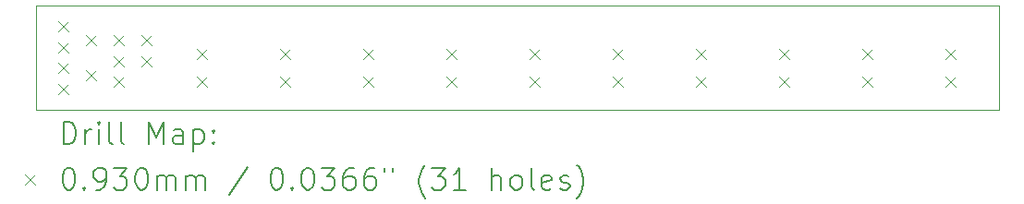
<source format=gbr>
%TF.GenerationSoftware,KiCad,Pcbnew,8.0.0*%
%TF.CreationDate,2024-04-17T16:53:56+02:00*%
%TF.ProjectId,Carte LED,43617274-6520-44c4-9544-2e6b69636164,rev?*%
%TF.SameCoordinates,Original*%
%TF.FileFunction,Drillmap*%
%TF.FilePolarity,Positive*%
%FSLAX45Y45*%
G04 Gerber Fmt 4.5, Leading zero omitted, Abs format (unit mm)*
G04 Created by KiCad (PCBNEW 8.0.0) date 2024-04-17 16:53:56*
%MOMM*%
%LPD*%
G01*
G04 APERTURE LIST*
%ADD10C,0.100000*%
%ADD11C,0.200000*%
G04 APERTURE END LIST*
D10*
X10096500Y-8826500D02*
X18923000Y-8826500D01*
X18923000Y-9779000D01*
X10096500Y-9779000D01*
X10096500Y-8826500D01*
D11*
D10*
X10304000Y-8970500D02*
X10397000Y-9063500D01*
X10397000Y-8970500D02*
X10304000Y-9063500D01*
X10304000Y-9161000D02*
X10397000Y-9254000D01*
X10397000Y-9161000D02*
X10304000Y-9254000D01*
X10304000Y-9351500D02*
X10397000Y-9444500D01*
X10397000Y-9351500D02*
X10304000Y-9444500D01*
X10304000Y-9542000D02*
X10397000Y-9635000D01*
X10397000Y-9542000D02*
X10304000Y-9635000D01*
X10558000Y-9097500D02*
X10651000Y-9190500D01*
X10651000Y-9097500D02*
X10558000Y-9190500D01*
X10558000Y-9415000D02*
X10651000Y-9508000D01*
X10651000Y-9415000D02*
X10558000Y-9508000D01*
X10812000Y-9097500D02*
X10905000Y-9190500D01*
X10905000Y-9097500D02*
X10812000Y-9190500D01*
X10812000Y-9288000D02*
X10905000Y-9381000D01*
X10905000Y-9288000D02*
X10812000Y-9381000D01*
X10812000Y-9478500D02*
X10905000Y-9571500D01*
X10905000Y-9478500D02*
X10812000Y-9571500D01*
X11066000Y-9097500D02*
X11159000Y-9190500D01*
X11159000Y-9097500D02*
X11066000Y-9190500D01*
X11066000Y-9288000D02*
X11159000Y-9381000D01*
X11159000Y-9288000D02*
X11066000Y-9381000D01*
X11574000Y-9224500D02*
X11667000Y-9317500D01*
X11667000Y-9224500D02*
X11574000Y-9317500D01*
X11574000Y-9478500D02*
X11667000Y-9571500D01*
X11667000Y-9478500D02*
X11574000Y-9571500D01*
X12336000Y-9224500D02*
X12429000Y-9317500D01*
X12429000Y-9224500D02*
X12336000Y-9317500D01*
X12336000Y-9478500D02*
X12429000Y-9571500D01*
X12429000Y-9478500D02*
X12336000Y-9571500D01*
X13098000Y-9224500D02*
X13191000Y-9317500D01*
X13191000Y-9224500D02*
X13098000Y-9317500D01*
X13098000Y-9478500D02*
X13191000Y-9571500D01*
X13191000Y-9478500D02*
X13098000Y-9571500D01*
X13860000Y-9224500D02*
X13953000Y-9317500D01*
X13953000Y-9224500D02*
X13860000Y-9317500D01*
X13860000Y-9478500D02*
X13953000Y-9571500D01*
X13953000Y-9478500D02*
X13860000Y-9571500D01*
X14622000Y-9224500D02*
X14715000Y-9317500D01*
X14715000Y-9224500D02*
X14622000Y-9317500D01*
X14622000Y-9478500D02*
X14715000Y-9571500D01*
X14715000Y-9478500D02*
X14622000Y-9571500D01*
X15384000Y-9224500D02*
X15477000Y-9317500D01*
X15477000Y-9224500D02*
X15384000Y-9317500D01*
X15384000Y-9478500D02*
X15477000Y-9571500D01*
X15477000Y-9478500D02*
X15384000Y-9571500D01*
X16146000Y-9224500D02*
X16239000Y-9317500D01*
X16239000Y-9224500D02*
X16146000Y-9317500D01*
X16146000Y-9478500D02*
X16239000Y-9571500D01*
X16239000Y-9478500D02*
X16146000Y-9571500D01*
X16908000Y-9224500D02*
X17001000Y-9317500D01*
X17001000Y-9224500D02*
X16908000Y-9317500D01*
X16908000Y-9478500D02*
X17001000Y-9571500D01*
X17001000Y-9478500D02*
X16908000Y-9571500D01*
X17670000Y-9224500D02*
X17763000Y-9317500D01*
X17763000Y-9224500D02*
X17670000Y-9317500D01*
X17670000Y-9478500D02*
X17763000Y-9571500D01*
X17763000Y-9478500D02*
X17670000Y-9571500D01*
X18432000Y-9224500D02*
X18525000Y-9317500D01*
X18525000Y-9224500D02*
X18432000Y-9317500D01*
X18432000Y-9478500D02*
X18525000Y-9571500D01*
X18525000Y-9478500D02*
X18432000Y-9571500D01*
D11*
X10352277Y-10095484D02*
X10352277Y-9895484D01*
X10352277Y-9895484D02*
X10399896Y-9895484D01*
X10399896Y-9895484D02*
X10428467Y-9905008D01*
X10428467Y-9905008D02*
X10447515Y-9924055D01*
X10447515Y-9924055D02*
X10457039Y-9943103D01*
X10457039Y-9943103D02*
X10466563Y-9981198D01*
X10466563Y-9981198D02*
X10466563Y-10009770D01*
X10466563Y-10009770D02*
X10457039Y-10047865D01*
X10457039Y-10047865D02*
X10447515Y-10066912D01*
X10447515Y-10066912D02*
X10428467Y-10085960D01*
X10428467Y-10085960D02*
X10399896Y-10095484D01*
X10399896Y-10095484D02*
X10352277Y-10095484D01*
X10552277Y-10095484D02*
X10552277Y-9962150D01*
X10552277Y-10000246D02*
X10561801Y-9981198D01*
X10561801Y-9981198D02*
X10571324Y-9971674D01*
X10571324Y-9971674D02*
X10590372Y-9962150D01*
X10590372Y-9962150D02*
X10609420Y-9962150D01*
X10676086Y-10095484D02*
X10676086Y-9962150D01*
X10676086Y-9895484D02*
X10666563Y-9905008D01*
X10666563Y-9905008D02*
X10676086Y-9914531D01*
X10676086Y-9914531D02*
X10685610Y-9905008D01*
X10685610Y-9905008D02*
X10676086Y-9895484D01*
X10676086Y-9895484D02*
X10676086Y-9914531D01*
X10799896Y-10095484D02*
X10780848Y-10085960D01*
X10780848Y-10085960D02*
X10771324Y-10066912D01*
X10771324Y-10066912D02*
X10771324Y-9895484D01*
X10904658Y-10095484D02*
X10885610Y-10085960D01*
X10885610Y-10085960D02*
X10876086Y-10066912D01*
X10876086Y-10066912D02*
X10876086Y-9895484D01*
X11133229Y-10095484D02*
X11133229Y-9895484D01*
X11133229Y-9895484D02*
X11199896Y-10038341D01*
X11199896Y-10038341D02*
X11266562Y-9895484D01*
X11266562Y-9895484D02*
X11266562Y-10095484D01*
X11447515Y-10095484D02*
X11447515Y-9990722D01*
X11447515Y-9990722D02*
X11437991Y-9971674D01*
X11437991Y-9971674D02*
X11418943Y-9962150D01*
X11418943Y-9962150D02*
X11380848Y-9962150D01*
X11380848Y-9962150D02*
X11361801Y-9971674D01*
X11447515Y-10085960D02*
X11428467Y-10095484D01*
X11428467Y-10095484D02*
X11380848Y-10095484D01*
X11380848Y-10095484D02*
X11361801Y-10085960D01*
X11361801Y-10085960D02*
X11352277Y-10066912D01*
X11352277Y-10066912D02*
X11352277Y-10047865D01*
X11352277Y-10047865D02*
X11361801Y-10028817D01*
X11361801Y-10028817D02*
X11380848Y-10019293D01*
X11380848Y-10019293D02*
X11428467Y-10019293D01*
X11428467Y-10019293D02*
X11447515Y-10009770D01*
X11542753Y-9962150D02*
X11542753Y-10162150D01*
X11542753Y-9971674D02*
X11561801Y-9962150D01*
X11561801Y-9962150D02*
X11599896Y-9962150D01*
X11599896Y-9962150D02*
X11618943Y-9971674D01*
X11618943Y-9971674D02*
X11628467Y-9981198D01*
X11628467Y-9981198D02*
X11637991Y-10000246D01*
X11637991Y-10000246D02*
X11637991Y-10057389D01*
X11637991Y-10057389D02*
X11628467Y-10076436D01*
X11628467Y-10076436D02*
X11618943Y-10085960D01*
X11618943Y-10085960D02*
X11599896Y-10095484D01*
X11599896Y-10095484D02*
X11561801Y-10095484D01*
X11561801Y-10095484D02*
X11542753Y-10085960D01*
X11723705Y-10076436D02*
X11733229Y-10085960D01*
X11733229Y-10085960D02*
X11723705Y-10095484D01*
X11723705Y-10095484D02*
X11714182Y-10085960D01*
X11714182Y-10085960D02*
X11723705Y-10076436D01*
X11723705Y-10076436D02*
X11723705Y-10095484D01*
X11723705Y-9971674D02*
X11733229Y-9981198D01*
X11733229Y-9981198D02*
X11723705Y-9990722D01*
X11723705Y-9990722D02*
X11714182Y-9981198D01*
X11714182Y-9981198D02*
X11723705Y-9971674D01*
X11723705Y-9971674D02*
X11723705Y-9990722D01*
D10*
X9998500Y-10377500D02*
X10091500Y-10470500D01*
X10091500Y-10377500D02*
X9998500Y-10470500D01*
D11*
X10390372Y-10315484D02*
X10409420Y-10315484D01*
X10409420Y-10315484D02*
X10428467Y-10325008D01*
X10428467Y-10325008D02*
X10437991Y-10334531D01*
X10437991Y-10334531D02*
X10447515Y-10353579D01*
X10447515Y-10353579D02*
X10457039Y-10391674D01*
X10457039Y-10391674D02*
X10457039Y-10439293D01*
X10457039Y-10439293D02*
X10447515Y-10477389D01*
X10447515Y-10477389D02*
X10437991Y-10496436D01*
X10437991Y-10496436D02*
X10428467Y-10505960D01*
X10428467Y-10505960D02*
X10409420Y-10515484D01*
X10409420Y-10515484D02*
X10390372Y-10515484D01*
X10390372Y-10515484D02*
X10371324Y-10505960D01*
X10371324Y-10505960D02*
X10361801Y-10496436D01*
X10361801Y-10496436D02*
X10352277Y-10477389D01*
X10352277Y-10477389D02*
X10342753Y-10439293D01*
X10342753Y-10439293D02*
X10342753Y-10391674D01*
X10342753Y-10391674D02*
X10352277Y-10353579D01*
X10352277Y-10353579D02*
X10361801Y-10334531D01*
X10361801Y-10334531D02*
X10371324Y-10325008D01*
X10371324Y-10325008D02*
X10390372Y-10315484D01*
X10542753Y-10496436D02*
X10552277Y-10505960D01*
X10552277Y-10505960D02*
X10542753Y-10515484D01*
X10542753Y-10515484D02*
X10533229Y-10505960D01*
X10533229Y-10505960D02*
X10542753Y-10496436D01*
X10542753Y-10496436D02*
X10542753Y-10515484D01*
X10647515Y-10515484D02*
X10685610Y-10515484D01*
X10685610Y-10515484D02*
X10704658Y-10505960D01*
X10704658Y-10505960D02*
X10714182Y-10496436D01*
X10714182Y-10496436D02*
X10733229Y-10467865D01*
X10733229Y-10467865D02*
X10742753Y-10429770D01*
X10742753Y-10429770D02*
X10742753Y-10353579D01*
X10742753Y-10353579D02*
X10733229Y-10334531D01*
X10733229Y-10334531D02*
X10723705Y-10325008D01*
X10723705Y-10325008D02*
X10704658Y-10315484D01*
X10704658Y-10315484D02*
X10666563Y-10315484D01*
X10666563Y-10315484D02*
X10647515Y-10325008D01*
X10647515Y-10325008D02*
X10637991Y-10334531D01*
X10637991Y-10334531D02*
X10628467Y-10353579D01*
X10628467Y-10353579D02*
X10628467Y-10401198D01*
X10628467Y-10401198D02*
X10637991Y-10420246D01*
X10637991Y-10420246D02*
X10647515Y-10429770D01*
X10647515Y-10429770D02*
X10666563Y-10439293D01*
X10666563Y-10439293D02*
X10704658Y-10439293D01*
X10704658Y-10439293D02*
X10723705Y-10429770D01*
X10723705Y-10429770D02*
X10733229Y-10420246D01*
X10733229Y-10420246D02*
X10742753Y-10401198D01*
X10809420Y-10315484D02*
X10933229Y-10315484D01*
X10933229Y-10315484D02*
X10866563Y-10391674D01*
X10866563Y-10391674D02*
X10895134Y-10391674D01*
X10895134Y-10391674D02*
X10914182Y-10401198D01*
X10914182Y-10401198D02*
X10923705Y-10410722D01*
X10923705Y-10410722D02*
X10933229Y-10429770D01*
X10933229Y-10429770D02*
X10933229Y-10477389D01*
X10933229Y-10477389D02*
X10923705Y-10496436D01*
X10923705Y-10496436D02*
X10914182Y-10505960D01*
X10914182Y-10505960D02*
X10895134Y-10515484D01*
X10895134Y-10515484D02*
X10837991Y-10515484D01*
X10837991Y-10515484D02*
X10818944Y-10505960D01*
X10818944Y-10505960D02*
X10809420Y-10496436D01*
X11057039Y-10315484D02*
X11076086Y-10315484D01*
X11076086Y-10315484D02*
X11095134Y-10325008D01*
X11095134Y-10325008D02*
X11104658Y-10334531D01*
X11104658Y-10334531D02*
X11114182Y-10353579D01*
X11114182Y-10353579D02*
X11123705Y-10391674D01*
X11123705Y-10391674D02*
X11123705Y-10439293D01*
X11123705Y-10439293D02*
X11114182Y-10477389D01*
X11114182Y-10477389D02*
X11104658Y-10496436D01*
X11104658Y-10496436D02*
X11095134Y-10505960D01*
X11095134Y-10505960D02*
X11076086Y-10515484D01*
X11076086Y-10515484D02*
X11057039Y-10515484D01*
X11057039Y-10515484D02*
X11037991Y-10505960D01*
X11037991Y-10505960D02*
X11028467Y-10496436D01*
X11028467Y-10496436D02*
X11018944Y-10477389D01*
X11018944Y-10477389D02*
X11009420Y-10439293D01*
X11009420Y-10439293D02*
X11009420Y-10391674D01*
X11009420Y-10391674D02*
X11018944Y-10353579D01*
X11018944Y-10353579D02*
X11028467Y-10334531D01*
X11028467Y-10334531D02*
X11037991Y-10325008D01*
X11037991Y-10325008D02*
X11057039Y-10315484D01*
X11209420Y-10515484D02*
X11209420Y-10382150D01*
X11209420Y-10401198D02*
X11218943Y-10391674D01*
X11218943Y-10391674D02*
X11237991Y-10382150D01*
X11237991Y-10382150D02*
X11266563Y-10382150D01*
X11266563Y-10382150D02*
X11285610Y-10391674D01*
X11285610Y-10391674D02*
X11295134Y-10410722D01*
X11295134Y-10410722D02*
X11295134Y-10515484D01*
X11295134Y-10410722D02*
X11304658Y-10391674D01*
X11304658Y-10391674D02*
X11323705Y-10382150D01*
X11323705Y-10382150D02*
X11352277Y-10382150D01*
X11352277Y-10382150D02*
X11371324Y-10391674D01*
X11371324Y-10391674D02*
X11380848Y-10410722D01*
X11380848Y-10410722D02*
X11380848Y-10515484D01*
X11476086Y-10515484D02*
X11476086Y-10382150D01*
X11476086Y-10401198D02*
X11485610Y-10391674D01*
X11485610Y-10391674D02*
X11504658Y-10382150D01*
X11504658Y-10382150D02*
X11533229Y-10382150D01*
X11533229Y-10382150D02*
X11552277Y-10391674D01*
X11552277Y-10391674D02*
X11561801Y-10410722D01*
X11561801Y-10410722D02*
X11561801Y-10515484D01*
X11561801Y-10410722D02*
X11571324Y-10391674D01*
X11571324Y-10391674D02*
X11590372Y-10382150D01*
X11590372Y-10382150D02*
X11618943Y-10382150D01*
X11618943Y-10382150D02*
X11637991Y-10391674D01*
X11637991Y-10391674D02*
X11647515Y-10410722D01*
X11647515Y-10410722D02*
X11647515Y-10515484D01*
X12037991Y-10305960D02*
X11866563Y-10563103D01*
X12295134Y-10315484D02*
X12314182Y-10315484D01*
X12314182Y-10315484D02*
X12333229Y-10325008D01*
X12333229Y-10325008D02*
X12342753Y-10334531D01*
X12342753Y-10334531D02*
X12352277Y-10353579D01*
X12352277Y-10353579D02*
X12361801Y-10391674D01*
X12361801Y-10391674D02*
X12361801Y-10439293D01*
X12361801Y-10439293D02*
X12352277Y-10477389D01*
X12352277Y-10477389D02*
X12342753Y-10496436D01*
X12342753Y-10496436D02*
X12333229Y-10505960D01*
X12333229Y-10505960D02*
X12314182Y-10515484D01*
X12314182Y-10515484D02*
X12295134Y-10515484D01*
X12295134Y-10515484D02*
X12276086Y-10505960D01*
X12276086Y-10505960D02*
X12266563Y-10496436D01*
X12266563Y-10496436D02*
X12257039Y-10477389D01*
X12257039Y-10477389D02*
X12247515Y-10439293D01*
X12247515Y-10439293D02*
X12247515Y-10391674D01*
X12247515Y-10391674D02*
X12257039Y-10353579D01*
X12257039Y-10353579D02*
X12266563Y-10334531D01*
X12266563Y-10334531D02*
X12276086Y-10325008D01*
X12276086Y-10325008D02*
X12295134Y-10315484D01*
X12447515Y-10496436D02*
X12457039Y-10505960D01*
X12457039Y-10505960D02*
X12447515Y-10515484D01*
X12447515Y-10515484D02*
X12437991Y-10505960D01*
X12437991Y-10505960D02*
X12447515Y-10496436D01*
X12447515Y-10496436D02*
X12447515Y-10515484D01*
X12580848Y-10315484D02*
X12599896Y-10315484D01*
X12599896Y-10315484D02*
X12618944Y-10325008D01*
X12618944Y-10325008D02*
X12628467Y-10334531D01*
X12628467Y-10334531D02*
X12637991Y-10353579D01*
X12637991Y-10353579D02*
X12647515Y-10391674D01*
X12647515Y-10391674D02*
X12647515Y-10439293D01*
X12647515Y-10439293D02*
X12637991Y-10477389D01*
X12637991Y-10477389D02*
X12628467Y-10496436D01*
X12628467Y-10496436D02*
X12618944Y-10505960D01*
X12618944Y-10505960D02*
X12599896Y-10515484D01*
X12599896Y-10515484D02*
X12580848Y-10515484D01*
X12580848Y-10515484D02*
X12561801Y-10505960D01*
X12561801Y-10505960D02*
X12552277Y-10496436D01*
X12552277Y-10496436D02*
X12542753Y-10477389D01*
X12542753Y-10477389D02*
X12533229Y-10439293D01*
X12533229Y-10439293D02*
X12533229Y-10391674D01*
X12533229Y-10391674D02*
X12542753Y-10353579D01*
X12542753Y-10353579D02*
X12552277Y-10334531D01*
X12552277Y-10334531D02*
X12561801Y-10325008D01*
X12561801Y-10325008D02*
X12580848Y-10315484D01*
X12714182Y-10315484D02*
X12837991Y-10315484D01*
X12837991Y-10315484D02*
X12771325Y-10391674D01*
X12771325Y-10391674D02*
X12799896Y-10391674D01*
X12799896Y-10391674D02*
X12818944Y-10401198D01*
X12818944Y-10401198D02*
X12828467Y-10410722D01*
X12828467Y-10410722D02*
X12837991Y-10429770D01*
X12837991Y-10429770D02*
X12837991Y-10477389D01*
X12837991Y-10477389D02*
X12828467Y-10496436D01*
X12828467Y-10496436D02*
X12818944Y-10505960D01*
X12818944Y-10505960D02*
X12799896Y-10515484D01*
X12799896Y-10515484D02*
X12742753Y-10515484D01*
X12742753Y-10515484D02*
X12723706Y-10505960D01*
X12723706Y-10505960D02*
X12714182Y-10496436D01*
X13009420Y-10315484D02*
X12971325Y-10315484D01*
X12971325Y-10315484D02*
X12952277Y-10325008D01*
X12952277Y-10325008D02*
X12942753Y-10334531D01*
X12942753Y-10334531D02*
X12923706Y-10363103D01*
X12923706Y-10363103D02*
X12914182Y-10401198D01*
X12914182Y-10401198D02*
X12914182Y-10477389D01*
X12914182Y-10477389D02*
X12923706Y-10496436D01*
X12923706Y-10496436D02*
X12933229Y-10505960D01*
X12933229Y-10505960D02*
X12952277Y-10515484D01*
X12952277Y-10515484D02*
X12990372Y-10515484D01*
X12990372Y-10515484D02*
X13009420Y-10505960D01*
X13009420Y-10505960D02*
X13018944Y-10496436D01*
X13018944Y-10496436D02*
X13028467Y-10477389D01*
X13028467Y-10477389D02*
X13028467Y-10429770D01*
X13028467Y-10429770D02*
X13018944Y-10410722D01*
X13018944Y-10410722D02*
X13009420Y-10401198D01*
X13009420Y-10401198D02*
X12990372Y-10391674D01*
X12990372Y-10391674D02*
X12952277Y-10391674D01*
X12952277Y-10391674D02*
X12933229Y-10401198D01*
X12933229Y-10401198D02*
X12923706Y-10410722D01*
X12923706Y-10410722D02*
X12914182Y-10429770D01*
X13199896Y-10315484D02*
X13161801Y-10315484D01*
X13161801Y-10315484D02*
X13142753Y-10325008D01*
X13142753Y-10325008D02*
X13133229Y-10334531D01*
X13133229Y-10334531D02*
X13114182Y-10363103D01*
X13114182Y-10363103D02*
X13104658Y-10401198D01*
X13104658Y-10401198D02*
X13104658Y-10477389D01*
X13104658Y-10477389D02*
X13114182Y-10496436D01*
X13114182Y-10496436D02*
X13123706Y-10505960D01*
X13123706Y-10505960D02*
X13142753Y-10515484D01*
X13142753Y-10515484D02*
X13180848Y-10515484D01*
X13180848Y-10515484D02*
X13199896Y-10505960D01*
X13199896Y-10505960D02*
X13209420Y-10496436D01*
X13209420Y-10496436D02*
X13218944Y-10477389D01*
X13218944Y-10477389D02*
X13218944Y-10429770D01*
X13218944Y-10429770D02*
X13209420Y-10410722D01*
X13209420Y-10410722D02*
X13199896Y-10401198D01*
X13199896Y-10401198D02*
X13180848Y-10391674D01*
X13180848Y-10391674D02*
X13142753Y-10391674D01*
X13142753Y-10391674D02*
X13123706Y-10401198D01*
X13123706Y-10401198D02*
X13114182Y-10410722D01*
X13114182Y-10410722D02*
X13104658Y-10429770D01*
X13295134Y-10315484D02*
X13295134Y-10353579D01*
X13371325Y-10315484D02*
X13371325Y-10353579D01*
X13666563Y-10591674D02*
X13657039Y-10582150D01*
X13657039Y-10582150D02*
X13637991Y-10553579D01*
X13637991Y-10553579D02*
X13628468Y-10534531D01*
X13628468Y-10534531D02*
X13618944Y-10505960D01*
X13618944Y-10505960D02*
X13609420Y-10458341D01*
X13609420Y-10458341D02*
X13609420Y-10420246D01*
X13609420Y-10420246D02*
X13618944Y-10372627D01*
X13618944Y-10372627D02*
X13628468Y-10344055D01*
X13628468Y-10344055D02*
X13637991Y-10325008D01*
X13637991Y-10325008D02*
X13657039Y-10296436D01*
X13657039Y-10296436D02*
X13666563Y-10286912D01*
X13723706Y-10315484D02*
X13847515Y-10315484D01*
X13847515Y-10315484D02*
X13780848Y-10391674D01*
X13780848Y-10391674D02*
X13809420Y-10391674D01*
X13809420Y-10391674D02*
X13828468Y-10401198D01*
X13828468Y-10401198D02*
X13837991Y-10410722D01*
X13837991Y-10410722D02*
X13847515Y-10429770D01*
X13847515Y-10429770D02*
X13847515Y-10477389D01*
X13847515Y-10477389D02*
X13837991Y-10496436D01*
X13837991Y-10496436D02*
X13828468Y-10505960D01*
X13828468Y-10505960D02*
X13809420Y-10515484D01*
X13809420Y-10515484D02*
X13752277Y-10515484D01*
X13752277Y-10515484D02*
X13733229Y-10505960D01*
X13733229Y-10505960D02*
X13723706Y-10496436D01*
X14037991Y-10515484D02*
X13923706Y-10515484D01*
X13980848Y-10515484D02*
X13980848Y-10315484D01*
X13980848Y-10315484D02*
X13961801Y-10344055D01*
X13961801Y-10344055D02*
X13942753Y-10363103D01*
X13942753Y-10363103D02*
X13923706Y-10372627D01*
X14276087Y-10515484D02*
X14276087Y-10315484D01*
X14361801Y-10515484D02*
X14361801Y-10410722D01*
X14361801Y-10410722D02*
X14352277Y-10391674D01*
X14352277Y-10391674D02*
X14333230Y-10382150D01*
X14333230Y-10382150D02*
X14304658Y-10382150D01*
X14304658Y-10382150D02*
X14285610Y-10391674D01*
X14285610Y-10391674D02*
X14276087Y-10401198D01*
X14485610Y-10515484D02*
X14466563Y-10505960D01*
X14466563Y-10505960D02*
X14457039Y-10496436D01*
X14457039Y-10496436D02*
X14447515Y-10477389D01*
X14447515Y-10477389D02*
X14447515Y-10420246D01*
X14447515Y-10420246D02*
X14457039Y-10401198D01*
X14457039Y-10401198D02*
X14466563Y-10391674D01*
X14466563Y-10391674D02*
X14485610Y-10382150D01*
X14485610Y-10382150D02*
X14514182Y-10382150D01*
X14514182Y-10382150D02*
X14533230Y-10391674D01*
X14533230Y-10391674D02*
X14542753Y-10401198D01*
X14542753Y-10401198D02*
X14552277Y-10420246D01*
X14552277Y-10420246D02*
X14552277Y-10477389D01*
X14552277Y-10477389D02*
X14542753Y-10496436D01*
X14542753Y-10496436D02*
X14533230Y-10505960D01*
X14533230Y-10505960D02*
X14514182Y-10515484D01*
X14514182Y-10515484D02*
X14485610Y-10515484D01*
X14666563Y-10515484D02*
X14647515Y-10505960D01*
X14647515Y-10505960D02*
X14637991Y-10486912D01*
X14637991Y-10486912D02*
X14637991Y-10315484D01*
X14818944Y-10505960D02*
X14799896Y-10515484D01*
X14799896Y-10515484D02*
X14761801Y-10515484D01*
X14761801Y-10515484D02*
X14742753Y-10505960D01*
X14742753Y-10505960D02*
X14733230Y-10486912D01*
X14733230Y-10486912D02*
X14733230Y-10410722D01*
X14733230Y-10410722D02*
X14742753Y-10391674D01*
X14742753Y-10391674D02*
X14761801Y-10382150D01*
X14761801Y-10382150D02*
X14799896Y-10382150D01*
X14799896Y-10382150D02*
X14818944Y-10391674D01*
X14818944Y-10391674D02*
X14828468Y-10410722D01*
X14828468Y-10410722D02*
X14828468Y-10429770D01*
X14828468Y-10429770D02*
X14733230Y-10448817D01*
X14904658Y-10505960D02*
X14923706Y-10515484D01*
X14923706Y-10515484D02*
X14961801Y-10515484D01*
X14961801Y-10515484D02*
X14980849Y-10505960D01*
X14980849Y-10505960D02*
X14990372Y-10486912D01*
X14990372Y-10486912D02*
X14990372Y-10477389D01*
X14990372Y-10477389D02*
X14980849Y-10458341D01*
X14980849Y-10458341D02*
X14961801Y-10448817D01*
X14961801Y-10448817D02*
X14933230Y-10448817D01*
X14933230Y-10448817D02*
X14914182Y-10439293D01*
X14914182Y-10439293D02*
X14904658Y-10420246D01*
X14904658Y-10420246D02*
X14904658Y-10410722D01*
X14904658Y-10410722D02*
X14914182Y-10391674D01*
X14914182Y-10391674D02*
X14933230Y-10382150D01*
X14933230Y-10382150D02*
X14961801Y-10382150D01*
X14961801Y-10382150D02*
X14980849Y-10391674D01*
X15057039Y-10591674D02*
X15066563Y-10582150D01*
X15066563Y-10582150D02*
X15085611Y-10553579D01*
X15085611Y-10553579D02*
X15095134Y-10534531D01*
X15095134Y-10534531D02*
X15104658Y-10505960D01*
X15104658Y-10505960D02*
X15114182Y-10458341D01*
X15114182Y-10458341D02*
X15114182Y-10420246D01*
X15114182Y-10420246D02*
X15104658Y-10372627D01*
X15104658Y-10372627D02*
X15095134Y-10344055D01*
X15095134Y-10344055D02*
X15085611Y-10325008D01*
X15085611Y-10325008D02*
X15066563Y-10296436D01*
X15066563Y-10296436D02*
X15057039Y-10286912D01*
M02*

</source>
